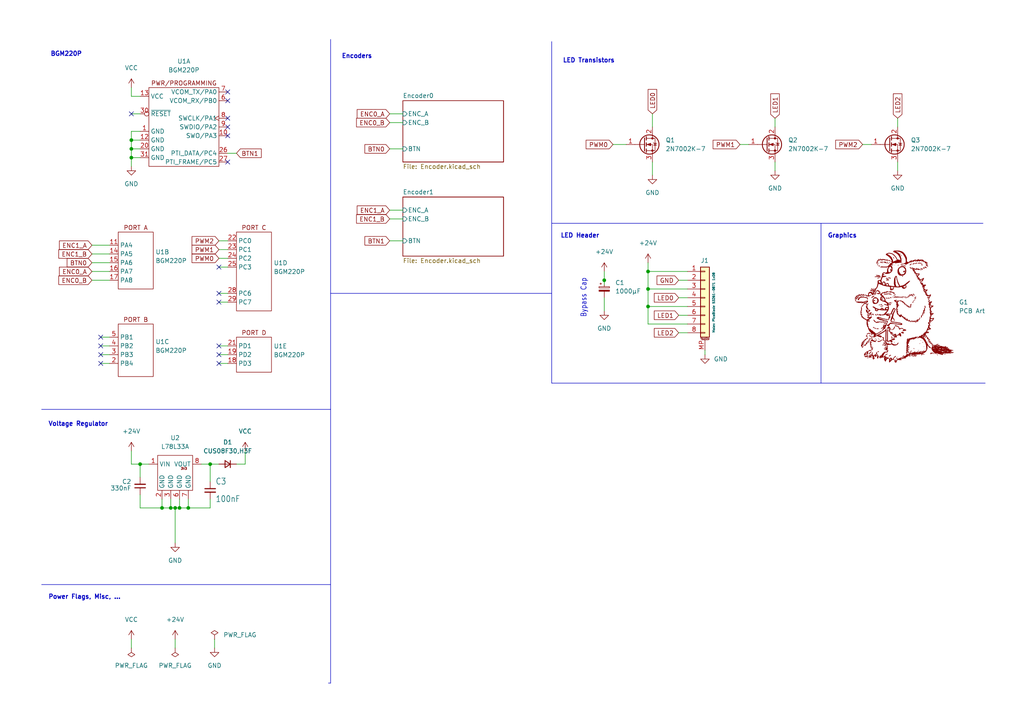
<source format=kicad_sch>
(kicad_sch (version 20230121) (generator eeschema)
  (paper "A4")
  (title_block (title "Gruffalo Dimmer") (date "${TODAY}") (rev "v2.0.0") (comment 1 "Generated from Git Commit ${GIT_HASH}"))
  (lib_symbols
    (symbol "BGM220P_Breakout:BGM220P"
      (property "Reference" "U" (at -7.62 -12.7 0))
      (property "Value" "BGM220P" (at 5.08 -12.7 0))
      (symbol "BGM220P_1_0"
        (text "PWR/PROGRAMMING" (at 0 12.7 0) (effects (font (size 1.27 1.27))))
      )
      (symbol "BGM220P_1_1"
        (pin power_in line (at -12.7 -1.27 0) (length 2.54) (name "GND") (number "1"))
        (pin output line (at 12.7 -2.54 180) (length 2.54) (name "SWO/PA3") (number "10"))
        (pin power_in line (at -12.7 -3.81 0) (length 2.54) (name "GND") (number "12"))
        (pin power_in line (at -12.7 8.89 0) (length 2.54) (name "VCC") (number "13"))
        (pin power_in line (at -12.7 -6.35 0) (length 2.54) (name "GND") (number "20"))
        (pin bidirectional line (at 12.7 -7.62 180) (length 2.54) (name "PTI_DATA/PC4") (number "26"))
        (pin bidirectional line (at 12.7 -10.16 180) (length 2.54) (name "PTI_FRAME/PC5") (number "27"))
        (pin input inverted (at -12.7 3.81 0) (length 2.54) (name "~{RESET}") (number "30"))
        (pin power_in line (at -12.7 -8.89 0) (length 2.54) (name "GND") (number "31"))
        (pin bidirectional line (at 12.7 7.62 180) (length 2.54) (name "VCOM_RX/PB0") (number "6"))
        (pin bidirectional line (at 12.7 10.16 180) (length 2.54) (name "VCOM_TX/PA0") (number "7"))
        (pin input clock (at 12.7 2.54 180) (length 2.54) (name "SWCLK/PA1") (number "8"))
        (pin bidirectional line (at 12.7 0 180) (length 2.54) (name "SWDIO/PA2") (number "9"))
      )
      (symbol "BGM220P_2_0"
        (text "PORT A" (at 0 10.16 0) (effects (font (size 1.27 1.27))))
      )
      (symbol "BGM220P_2_1"
        (pin bidirectional line (at -7.62 5.08 0) (length 2.54) (name "PA4") (number "11"))
        (pin bidirectional line (at -7.62 2.54 0) (length 2.54) (name "PA5") (number "14"))
        (pin bidirectional line (at -7.62 0 0) (length 2.54) (name "PA6") (number "15"))
        (pin bidirectional line (at -7.62 -2.54 0) (length 2.54) (name "PA7") (number "16"))
        (pin bidirectional line (at -7.62 -5.08 0) (length 2.54) (name "PA8") (number "17"))
      )
      (symbol "BGM220P_3_0"
        (text "PORT B" (at 0 8.89 0) (effects (font (size 1.27 1.27))))
      )
      (symbol "BGM220P_3_1"
        (pin bidirectional line (at -7.62 -3.81 0) (length 2.54) (name "PB4") (number "2"))
        (pin bidirectional line (at -7.62 -1.27 0) (length 2.54) (name "PB3") (number "3"))
        (pin bidirectional line (at -7.62 1.27 0) (length 2.54) (name "PB2") (number "4"))
        (pin bidirectional line (at -7.62 3.81 0) (length 2.54) (name "PB1") (number "5"))
      )
      (symbol "BGM220P_4_0"
        (text "PORT C" (at 0 12.7 0) (effects (font (size 1.27 1.27))))
      )
      (symbol "BGM220P_4_1"
        (pin bidirectional line (at -7.62 8.89 0) (length 2.54) (name "PC0") (number "22"))
        (pin bidirectional line (at -7.62 6.35 0) (length 2.54) (name "PC1") (number "23"))
        (pin bidirectional line (at -7.62 3.81 0) (length 2.54) (name "PC2") (number "24"))
        (pin bidirectional line (at -7.62 1.27 0) (length 2.54) (name "PC3") (number "25"))
        (pin bidirectional line (at -7.62 -6.35 0) (length 2.54) (name "PC6") (number "28"))
        (pin bidirectional line (at -7.62 -8.89 0) (length 2.54) (name "PC7") (number "29"))
      )
      (symbol "BGM220P_5_0"
        (text "PORT D" (at 0 6.35 0) (effects (font (size 1.27 1.27))))
      )
      (symbol "BGM220P_5_1"
        (pin bidirectional line (at -7.62 -2.54 0) (length 2.54) (name "PD3") (number "18"))
        (pin bidirectional line (at -7.62 0 0) (length 2.54) (name "PD2") (number "19"))
        (pin bidirectional line (at -7.62 2.54 0) (length 2.54) (name "PD1") (number "21"))
      )
    )
    (symbol "Connector_Generic_MountingPin:Conn_01x08_MountingPin" (pin_names (offset 1.016) hide)
      (property "Reference" "J" (at 0 10.16 0))
      (property "Value" "Conn_01x08_MountingPin" (at 1.27 -12.7 0))
      (symbol "Conn_01x08_MountingPin_1_1"
        (text "Mounting" (at 0 -11.811 0) (effects (font (size 0.381 0.381))))
        (pin passive line (at -5.08 7.62 0) (length 3.81) (name "Pin_1") (number "1"))
        (pin passive line (at -5.08 5.08 0) (length 3.81) (name "Pin_2") (number "2"))
        (pin passive line (at -5.08 2.54 0) (length 3.81) (name "Pin_3") (number "3"))
        (pin passive line (at -5.08 0 0) (length 3.81) (name "Pin_4") (number "4"))
        (pin passive line (at -5.08 -2.54 0) (length 3.81) (name "Pin_5") (number "5"))
        (pin passive line (at -5.08 -5.08 0) (length 3.81) (name "Pin_6") (number "6"))
        (pin passive line (at -5.08 -7.62 0) (length 3.81) (name "Pin_7") (number "7"))
        (pin passive line (at -5.08 -10.16 0) (length 3.81) (name "Pin_8") (number "8"))
        (pin passive line (at 0 -15.24 90) (length 3.048) (name "MountPin") (number "MP"))
      )
    )
    (symbol "Device:C_Polarized_Small" (pin_numbers hide) (pin_names (offset 0.254) hide)
      (property "Reference" "C" (at 0.254 1.778 0))
      (property "Value" "C_Polarized_Small" (at 0.254 -2.032 0))
      (symbol "C_Polarized_Small_1_1"
        (pin passive line (at 0 2.54 270) (length 1.8542) (name "~") (number "1"))
        (pin passive line (at 0 -2.54 90) (length 1.8542) (name "~") (number "2"))
      )
    )
    (symbol "Device:C_Small" (pin_numbers hide) (pin_names (offset 0.254) hide)
      (property "Reference" "C" (at 0.254 1.778 0))
      (property "Value" "C_Small" (at 0.254 -2.032 0))
      (symbol "C_Small_1_1"
        (pin passive line (at 0 2.54 270) (length 2.032) (name "~") (number "1"))
        (pin passive line (at 0 -2.54 90) (length 2.032) (name "~") (number "2"))
      )
    )
    (symbol "Device:D_Small" (pin_numbers hide) (pin_names (offset 0.254) hide)
      (property "Reference" "D" (at -1.27 2.032 0))
      (property "Value" "D_Small" (at -3.81 -2.032 0))
      (symbol "D_Small_1_1"
        (pin passive line (at -2.54 0 0) (length 1.778) (name "K") (number "1"))
        (pin passive line (at 2.54 0 180) (length 1.778) (name "A") (number "2"))
      )
    )
    (symbol "Device:Q_NMOS_GDS" (pin_names (offset 0) hide)
      (property "Reference" "Q" (at 5.08 1.27 0))
      (property "Value" "Q_NMOS_GDS" (at 5.08 -1.27 0))
      (symbol "Q_NMOS_GDS_1_1"
        (pin input line (at -5.08 0 0) (length 2.54) (name "G") (number "1"))
        (pin passive line (at 2.54 5.08 270) (length 2.54) (name "D") (number "2"))
        (pin passive line (at 2.54 -5.08 90) (length 2.54) (name "S") (number "3"))
      )
    )
    (symbol "Gruffalo_Dimmer:L78L33A"
      (property "Reference" "U" (at 3.81 6.35 0))
      (property "Value" "L78L33A" (at 6.35 -2.54 90))
      (symbol "L78L33A_0_0"
        (text "3V3" (at 2.54 1.27 0) (effects (font (size 0.635 0.635))))
      )
      (symbol "L78L33A_1_1"
        (pin power_in line (at -7.62 2.54 0) (length 2.54) (name "VIN") (number "1"))
        (pin power_in line (at -3.81 -7.62 90) (length 2.54) (name "GND") (number "2"))
        (pin power_in line (at -1.27 -7.62 90) (length 2.54) (name "GND") (number "3"))
        (pin no_connect line (at -7.62 0 0) (length 2.54) hide (name "NC1") (number "4"))
        (pin no_connect line (at 7.62 0 180) (length 2.54) hide (name "NC2") (number "5"))
        (pin power_in line (at 1.27 -7.62 90) (length 2.54) (name "GND") (number "6"))
        (pin power_in line (at 3.81 -7.62 90) (length 2.54) (name "GND") (number "7"))
        (pin power_out line (at 7.62 2.54 180) (length 2.54) (name "VOUT") (number "8"))
      )
    )
    (symbol "Gruffalo_Dimmer:PCB Art" (pin_names (offset 1.016)) (in_bom no)
      (property "Reference" "G" (at 8.89 1.27 0))
      (property "Value" "PCB Art" (at 8.89 -1.27 0))
    )
    (symbol "power:+24V" (power) (pin_names (offset 0))
      (property "Value" "+24V" (at 0 3.556 0))
      (symbol "+24V_1_1"
        (pin power_in line (at 0 0 90) (length 0) hide (name "+24V") (number "1"))
      )
    )
    (symbol "power:GND" (power) (pin_names (offset 0))
      (property "Value" "GND" (at 0 -3.81 0))
      (symbol "GND_1_1"
        (pin power_in line (at 0 0 270) (length 0) hide (name "GND") (number "1"))
      )
    )
    (symbol "power:PWR_FLAG" (power) (pin_numbers hide) (pin_names (offset 0) hide)
      (property "Value" "PWR_FLAG" (at 0 3.81 0))
      (symbol "PWR_FLAG_0_0"
        (pin power_out line (at 0 0 90) (length 0) (name "pwr") (number "1"))
      )
    )
    (symbol "power:VCC" (power) (pin_names (offset 0))
      (property "Value" "VCC" (at 0 3.81 0))
      (symbol "VCC_1_1"
        (pin power_in line (at 0 0 90) (length 0) hide (name "VCC") (number "1"))
      )
    )
  )
  (junction (at 175.26 81.28))
  (junction (at 54.61 147.32))
  (junction (at 187.96 83.82))
  (junction (at 50.8 147.32))
  (junction (at 187.96 88.9))
  (junction (at 38.1 40.64))
  (junction (at 38.1 43.18))
  (junction (at 38.1 45.72))
  (junction (at 40.64 134.62))
  (junction (at 60.96 134.62))
  (junction (at 52.07 147.32))
  (junction (at 49.53 147.32))
  (junction (at 46.99 147.32))
  (junction (at 187.96 78.74))
  (no_connect (at 66.04 26.67))
  (no_connect (at 66.04 46.99))
  (no_connect (at 66.04 29.21))
  (no_connect (at 66.04 34.29))
  (no_connect (at 66.04 36.83))
  (no_connect (at 66.04 39.37))
  (no_connect (at 63.5 105.41))
  (no_connect (at 63.5 102.87))
  (no_connect (at 63.5 85.09))
  (no_connect (at 63.5 77.47))
  (no_connect (at 63.5 87.63))
  (no_connect (at 29.21 97.79))
  (no_connect (at 29.21 100.33))
  (no_connect (at 29.21 102.87))
  (no_connect (at 29.21 105.41))
  (no_connect (at 63.5 100.33))
  (no_connect (at 38.1 33.02))
  (wire (pts (xy 26.67 78.74) (xy 31.75 78.74)))
  (wire (pts (xy 187.96 93.98) (xy 199.39 93.98)))
  (wire (pts (xy 189.23 46.99) (xy 189.23 50.8)))
  (wire (pts (xy 71.12 134.62) (xy 71.12 130.81)))
  (wire (pts (xy 187.96 78.74) (xy 199.39 78.74)))
  (wire (pts (xy 189.23 33.02) (xy 189.23 36.83)))
  (wire (pts (xy 40.64 134.62) (xy 38.1 134.62)))
  (wire (pts (xy 40.64 38.1) (xy 38.1 38.1)))
  (polyline (pts (xy 12.065 169.545) (xy 95.885 169.545)))
  (polyline (pts (xy 95.885 118.745) (xy 95.885 198.12)))
  (wire (pts (xy 63.5 105.41) (xy 66.04 105.41)))
  (polyline (pts (xy 160.02 111.125) (xy 285.75 111.125)))
  (wire (pts (xy 260.35 46.99) (xy 260.35 49.53)))
  (wire (pts (xy 63.5 69.85) (xy 66.04 69.85)))
  (wire (pts (xy 224.79 46.99) (xy 224.79 49.53)))
  (wire (pts (xy 38.1 130.81) (xy 38.1 134.62)))
  (wire (pts (xy 175.26 82.55) (xy 175.26 81.28)))
  (wire (pts (xy 52.07 144.78) (xy 52.07 147.32)))
  (wire (pts (xy 250.19 41.91) (xy 252.73 41.91)))
  (polyline (pts (xy 160.02 85.09) (xy 160.02 111.125)))
  (wire (pts (xy 63.5 77.47) (xy 66.04 77.47)))
  (wire (pts (xy 29.21 97.79) (xy 31.75 97.79)))
  (wire (pts (xy 60.96 134.62) (xy 63.5 134.62)))
  (wire (pts (xy 187.96 83.82) (xy 199.39 83.82)))
  (polyline (pts (xy 95.885 11.43) (xy 95.885 118.745)))
  (wire (pts (xy 40.64 143.51) (xy 40.64 147.32)))
  (wire (pts (xy 38.1 27.94) (xy 40.64 27.94)))
  (wire (pts (xy 187.96 83.82) (xy 187.96 88.9)))
  (wire (pts (xy 29.21 100.33) (xy 31.75 100.33)))
  (wire (pts (xy 54.61 147.32) (xy 60.96 147.32)))
  (wire (pts (xy 49.53 144.78) (xy 49.53 147.32)))
  (wire (pts (xy 29.21 102.87) (xy 31.75 102.87)))
  (wire (pts (xy 66.04 44.45) (xy 68.58 44.45)))
  (wire (pts (xy 113.03 33.02) (xy 116.84 33.02)))
  (wire (pts (xy 26.67 71.12) (xy 31.75 71.12)))
  (wire (pts (xy 38.1 25.4) (xy 38.1 27.94)))
  (wire (pts (xy 187.96 88.9) (xy 199.39 88.9)))
  (wire (pts (xy 204.47 101.6) (xy 204.47 102.87)))
  (wire (pts (xy 26.67 81.28) (xy 31.75 81.28)))
  (wire (pts (xy 113.03 63.5) (xy 116.84 63.5)))
  (wire (pts (xy 196.85 86.36) (xy 199.39 86.36)))
  (wire (pts (xy 63.5 85.09) (xy 66.04 85.09)))
  (wire (pts (xy 68.58 134.62) (xy 71.12 134.62)))
  (wire (pts (xy 175.26 78.74) (xy 175.26 81.28)))
  (wire (pts (xy 29.21 105.41) (xy 31.75 105.41)))
  (wire (pts (xy 38.1 45.72) (xy 38.1 48.26)))
  (wire (pts (xy 50.8 147.32) (xy 52.07 147.32)))
  (polyline (pts (xy 160.02 12.065) (xy 160.02 85.09)))
  (wire (pts (xy 113.03 69.85) (xy 116.84 69.85)))
  (wire (pts (xy 38.1 40.64) (xy 38.1 43.18)))
  (wire (pts (xy 260.35 34.29) (xy 260.35 36.83)))
  (wire (pts (xy 196.85 96.52) (xy 199.39 96.52)))
  (wire (pts (xy 26.67 76.2) (xy 31.75 76.2)))
  (wire (pts (xy 113.03 43.18) (xy 116.84 43.18)))
  (wire (pts (xy 52.07 147.32) (xy 54.61 147.32)))
  (wire (pts (xy 50.8 185.42) (xy 50.8 187.96)))
  (wire (pts (xy 177.8 41.91) (xy 181.61 41.91)))
  (wire (pts (xy 113.03 60.96) (xy 116.84 60.96)))
  (wire (pts (xy 187.96 88.9) (xy 187.96 93.98)))
  (wire (pts (xy 40.64 40.64) (xy 38.1 40.64)))
  (wire (pts (xy 196.85 81.28) (xy 199.39 81.28)))
  (wire (pts (xy 40.64 147.32) (xy 46.99 147.32)))
  (polyline (pts (xy 160.02 64.77) (xy 285.115 64.77)))
  (wire (pts (xy 63.5 102.87) (xy 66.04 102.87)))
  (wire (pts (xy 43.18 134.62) (xy 40.64 134.62)))
  (wire (pts (xy 46.99 147.32) (xy 49.53 147.32)))
  (wire (pts (xy 63.5 72.39) (xy 66.04 72.39)))
  (wire (pts (xy 40.64 134.62) (xy 40.64 138.43)))
  (wire (pts (xy 63.5 74.93) (xy 66.04 74.93)))
  (wire (pts (xy 63.5 87.63) (xy 66.04 87.63)))
  (polyline (pts (xy 95.885 85.09) (xy 160.02 85.09)))
  (wire (pts (xy 214.63 41.91) (xy 217.17 41.91)))
  (wire (pts (xy 175.26 86.36) (xy 175.26 90.17)))
  (wire (pts (xy 38.1 185.42) (xy 38.1 187.96)))
  (polyline (pts (xy 95.25 198.12) (xy 95.885 198.12)))
  (polyline (pts (xy 12.065 118.745) (xy 95.885 118.745)))
  (wire (pts (xy 40.64 43.18) (xy 38.1 43.18)))
  (wire (pts (xy 26.67 73.66) (xy 31.75 73.66)))
  (wire (pts (xy 63.5 100.33) (xy 66.04 100.33)))
  (wire (pts (xy 58.42 134.62) (xy 60.96 134.62)))
  (wire (pts (xy 196.85 91.44) (xy 199.39 91.44)))
  (wire (pts (xy 49.53 147.32) (xy 50.8 147.32)))
  (wire (pts (xy 60.96 134.62) (xy 60.96 139.7)))
  (wire (pts (xy 60.96 144.78) (xy 60.96 147.32)))
  (wire (pts (xy 187.96 76.2) (xy 187.96 78.74)))
  (wire (pts (xy 187.96 78.74) (xy 187.96 83.82)))
  (wire (pts (xy 224.79 34.29) (xy 224.79 36.83)))
  (wire (pts (xy 38.1 33.02) (xy 40.64 33.02)))
  (wire (pts (xy 50.8 147.32) (xy 50.8 157.48)))
  (wire (pts (xy 54.61 144.78) (xy 54.61 147.32)))
  (wire (pts (xy 62.23 185.42) (xy 62.23 187.96)))
  (wire (pts (xy 38.1 45.72) (xy 40.64 45.72)))
  (wire (pts (xy 46.99 144.78) (xy 46.99 147.32)))
  (polyline (pts (xy 238.125 64.77) (xy 238.125 111.125)))
  (wire (pts (xy 38.1 43.18) (xy 38.1 45.72)))
  (wire (pts (xy 38.1 38.1) (xy 38.1 40.64)))
  (wire (pts (xy 113.03 35.56) (xy 116.84 35.56)))
  (text "Power Flags, Misc, ..." (at 13.97 173.99 0) (effects (font (size 1.27 1.27) bold) (justify left bottom)))
  (text "Voltage Regulator" (at 13.97 123.825 0) (effects (font (size 1.27 1.27) bold) (justify left bottom)))
  (text "Encoders" (at 99.06 17.145 0) (effects (font (size 1.27 1.27) bold) (justify left bottom)))
  (text "BGM220P" (at 14.605 16.51 0) (effects (font (size 1.27 1.27) bold) (justify left bottom)))
  (text "Bypass Cap" (at 170.18 80.645 90) (effects (font (size 1.524 1.2954)) (justify right bottom)))
  (text "LED Transistors" (at 163.195 18.415 0) (effects (font (size 1.27 1.27) bold) (justify left bottom)))
  (text "LED Header" (at 162.56 69.215 0) (effects (font (size 1.27 1.27) bold) (justify left bottom)))
  (text "Graphics" (at 240.03 69.215 0) (effects (font (size 1.27 1.27) (thickness 0.254) bold) (justify left bottom)))
  (global_label "BTN1" (shape input) (at 68.58 44.45 0) (property "Intersheetrefs" "${INTERSHEET_REFS}" (effects hide)))
  (global_label "BTN0" (shape input) (at 26.67 76.2 180) (property "Intersheetrefs" "${INTERSHEET_REFS}" (effects hide)))
  (global_label "BTN1" (shape input) (at 113.03 69.85 180) (property "Intersheetrefs" "${INTERSHEET_REFS}" (effects hide)))
  (global_label "PWM1" (shape input) (at 214.63 41.91 180) (property "Intersheetrefs" "${INTERSHEET_REFS}" (effects hide)))
  (global_label "LED0" (shape input) (at 189.23 33.02 90) (property "Intersheetrefs" "${INTERSHEET_REFS}" (effects hide)))
  (global_label "PWM0" (shape input) (at 177.8 41.91 180) (property "Intersheetrefs" "${INTERSHEET_REFS}" (effects hide)))
  (global_label "ENC1_A" (shape input) (at 26.67 71.12 180) (property "Intersheetrefs" "${INTERSHEET_REFS}" (effects hide)))
  (global_label "PWM2" (shape input) (at 250.19 41.91 180) (property "Intersheetrefs" "${INTERSHEET_REFS}" (effects hide)))
  (global_label "ENC0_A" (shape input) (at 113.03 33.02 180) (property "Intersheetrefs" "${INTERSHEET_REFS}" (effects hide)))
  (global_label "PWM0" (shape input) (at 63.5 74.93 180) (property "Intersheetrefs" "${INTERSHEET_REFS}" (effects hide)))
  (global_label "LED2" (shape input) (at 260.35 34.29 90) (property "Intersheetrefs" "${INTERSHEET_REFS}" (effects hide)))
  (global_label "ENC0_A" (shape input) (at 26.67 78.74 180) (property "Intersheetrefs" "${INTERSHEET_REFS}" (effects hide)))
  (global_label "ENC1_B" (shape input) (at 26.67 73.66 180) (property "Intersheetrefs" "${INTERSHEET_REFS}" (effects hide)))
  (global_label "LED2" (shape input) (at 196.85 96.52 180) (property "Intersheetrefs" "${INTERSHEET_REFS}" (effects hide)))
  (global_label "LED1" (shape input) (at 224.79 34.29 90) (property "Intersheetrefs" "${INTERSHEET_REFS}" (effects hide)))
  (global_label "ENC0_B" (shape input) (at 26.67 81.28 180) (property "Intersheetrefs" "${INTERSHEET_REFS}" (effects hide)))
  (global_label "ENC1_A" (shape input) (at 113.03 60.96 180) (property "Intersheetrefs" "${INTERSHEET_REFS}" (effects hide)))
  (global_label "LED0" (shape input) (at 196.85 86.36 180) (property "Intersheetrefs" "${INTERSHEET_REFS}" (effects hide)))
  (global_label "BTN0" (shape input) (at 113.03 43.18 180) (property "Intersheetrefs" "${INTERSHEET_REFS}" (effects hide)))
  (global_label "PWM1" (shape input) (at 63.5 72.39 180) (property "Intersheetrefs" "${INTERSHEET_REFS}" (effects hide)))
  (global_label "LED1" (shape input) (at 196.85 91.44 180) (property "Intersheetrefs" "${INTERSHEET_REFS}" (effects hide)))
  (global_label "GND" (shape input) (at 196.85 81.28 180) (property "Intersheetrefs" "${INTERSHEET_REFS}" (effects hide)))
  (global_label "PWM2" (shape input) (at 63.5 69.85 180) (property "Intersheetrefs" "${INTERSHEET_REFS}" (effects hide)))
  (global_label "ENC0_B" (shape input) (at 113.03 35.56 180) (property "Intersheetrefs" "${INTERSHEET_REFS}" (effects hide)))
  (global_label "ENC1_B" (shape input) (at 113.03 63.5 180) (property "Intersheetrefs" "${INTERSHEET_REFS}" (effects hide)))
  (symbol (lib_id "power:PWR_FLAG") (at 62.23 185.42 0) (unit 1)
    (property "Reference" "#FLG03" (effects hide))
    (property "Value" "PWR_FLAG" (at 64.77 184.1499 0) (effects (justify left)))
  )
  (symbol (lib_id "power:+24V") (at 38.1 130.81 0) (unit 1)
    (property "Reference" "#PWR08" (effects hide))
    (property "Value" "+24V" (at 38.1 125.095 0))
  )
  (symbol (lib_id "power:+24V") (at 50.8 185.42 0) (unit 1)
    (property "Reference" "#PWR04" (effects hide))
    (property "Value" "+24V" (at 50.8 179.705 0))
  )
  (symbol (lib_id "Device:C_Small") (at 40.64 140.97 0) (mirror x) (unit 1)
    (property "Reference" "C2" (at 38.1 139.6935 0) (effects (justify right)))
    (property "Value" "330nF" (at 38.1 141.605 0) (effects (justify right)))
    (property "Footprint" "Gruffalo_Dimmer:0805-C_Handsolder" (effects hide))
    (property "Datasheet" "https://product.samsungsem.com/mlcc/CL10B334KO8NNN.do" (effects hide))
    (property "Comments" "Any X7R, 0805, 50V cap. Farnell is alternative, as only sells Samsung's at 5k units" (effects hide))
    (property "Digikey PN" "1276-1123-1-ND" (effects hide))
    (property "Farnell PN" "3369310" (effects hide))
    (property "MPN" "3369310" (effects hide))
    (property "Manufacturer" "Samsung" (effects hide))
    (property "Tolerance" "X7R" (effects hide))
    (property "Vrating" "50V" (effects hide))
  )
  (symbol (lib_id "Device:Q_NMOS_GDS") (at 222.25 41.91 0) (unit 1)
    (property "Reference" "Q2" (at 228.6 40.6399 0) (effects (justify left)))
    (property "Value" "2N7002K-7" (at 228.6 43.1799 0) (effects (justify left)))
    (property "Footprint" "Gruffalo_Dimmer:SOT-23 - NMOS - GDS" (effects hide))
    (property "Datasheet" "https://www.diodes.com/assets/Datasheets/2N7002K.pdf" (effects hide))
    (property "Comments" "An NMOS with relatively low Rds on, that can confortably siwtch at 3V3 and handle switching 150mA@24V. The 2N7002 is cheap and cheerful and available from multiple manuf." (effects hide))
    (property "Digikey PN" "2N7002K-7DICT-ND" (effects hide))
    (property "Farnell PN" "1713825" (effects hide))
    (property "MPN" "2N7002K-7" (effects hide))
    (property "Manufacturer" "Diodes Inc." (effects hide))
  )
  (symbol (lib_id "BGM220P_Breakout:BGM220P") (at 53.34 36.83 0) (unit 1)
    (property "Reference" "U1" (at 53.34 17.78 0))
    (property "Value" "BGM220P" (at 53.34 20.32 0))
    (property "Footprint" "BGM220P_Breakout:BGM220P_Header_SMD" (effects hide))
    (property "Datasheet" "https://www.silabs.com/documents/public/data-sheets/bgm220p-datasheet.pdf" (effects hide))
    (property "Digikey PN" "336-BGM220PC22WGA2-ND" (effects hide))
    (property "Farnell PN" "3534710" (effects hide))
    (property "MPN" "BGM220PC22WGA" (effects hide))
    (property "Manufacturer" "Silabs" (effects hide))
  )
  (symbol (lib_id "power:+24V") (at 175.26 78.74 0) (unit 1)
    (property "Reference" "#PWR02" (effects hide))
    (property "Value" "+24V" (at 175.26 73.025 0))
  )
  (symbol (lib_id "power:PWR_FLAG") (at 38.1 187.96 180) (unit 1)
    (property "Reference" "#FLG01" (effects hide))
    (property "Value" "PWR_FLAG" (at 38.1 193.04 0))
  )
  (symbol (lib_id "power:GND") (at 260.35 49.53 0) (unit 1)
    (property "Reference" "#PWR012" (effects hide))
    (property "Value" "GND" (at 260.35 54.61 0))
  )
  (symbol (lib_id "BGM220P_Breakout:BGM220P") (at 73.66 102.87 0) (unit 5)
    (property "Reference" "U1" (at 79.375 100.3941 0) (effects (justify left)))
    (property "Value" "BGM220P" (at 79.375 102.9341 0) (effects (justify left)))
    (property "Footprint" "BGM220P_Breakout:BGM220P_Header_SMD" (effects hide))
    (property "Datasheet" "https://www.silabs.com/documents/public/data-sheets/bgm220p-datasheet.pdf" (effects hide))
    (property "Digikey PN" "336-BGM220PC22WGA2-ND" (effects hide))
    (property "Farnell PN" "3534710" (effects hide))
    (property "MPN" "BGM220PC22WGA" (effects hide))
    (property "Manufacturer" "Silabs" (effects hide))
  )
  (symbol (lib_id "Connector_Generic_MountingPin:Conn_01x08_MountingPin") (at 204.47 86.36 0) (unit 1)
    (property "Reference" "J1" (at 203.2 75.565 0) (effects (justify left)))
    (property "Value" "Molex PicoBlade 53261-0871 1x08" (at 207.01 96.52 90) (effects (font (size 0.635 0.635)) (justify left)))
    (property "Footprint" "Gruffalo_Dimmer:Receptacle - Molex PicoBlade - SMD Right Angle 1x08" (effects hide))
    (property "Datasheet" "https://www.molex.com/molex/products/part-detail/pcb_headers/0532610871" (effects hide))
    (property "Comments" "Molex PicoBlade 1x08, SMD, Right Angle. Mates with P/N 510210800, Crimps P/N 500798001 and 500798020" (effects hide))
    (property "Digikey PN" "WM7626CT-ND" (effects hide))
    (property "Farnell PN" "1125376" (effects hide))
    (property "MPN" "532610871" (effects hide))
    (property "Manufacturer" "Molex" (effects hide))
  )
  (symbol (lib_id "power:GND") (at 38.1 48.26 0) (unit 1)
    (property "Reference" "#PWR06" (effects hide))
    (property "Value" "GND" (at 38.1 53.34 0))
  )
  (symbol (lib_id "Device:C_Small") (at 60.96 142.24 0) (unit 1)
    (property "Reference" "C3" (at 62.484 140.589 0) (effects (font (size 1.778 1.5113)) (justify left bottom)))
    (property "Value" "100nF" (at 62.484 145.669 0) (effects (font (size 1.778 1.5113)) (justify left bottom)))
    (property "Footprint" "Gruffalo_Dimmer:0603-1.6x0.8mm-C_Handsolder" (effects hide))
    (property "Comments" "Any X7R, 0603, 10V cap. Farnell MPN is alternative" (effects hide))
    (property "Digikey PN" "1276-1935-1-ND" (effects hide))
    (property "Farnell PN" "1362556" (effects hide))
    (property "MPN" "CL10B104KB8NNWC" (effects hide))
    (property "Manufacturer" "Samsung" (effects hide))
    (property "Tolerance" "X7R" (effects hide))
    (property "Vrating" "50V" (effects hide))
  )
  (symbol (lib_id "power:VCC") (at 38.1 25.4 0) (unit 1)
    (property "Reference" "#PWR05" (effects hide))
    (property "Value" "VCC" (at 38.1 19.685 0))
  )
  (symbol (lib_id "Device:Q_NMOS_GDS") (at 186.69 41.91 0) (unit 1)
    (property "Reference" "Q1" (at 193.04 40.6399 0) (effects (justify left)))
    (property "Value" "2N7002K-7" (at 193.04 43.1799 0) (effects (justify left)))
    (property "Footprint" "Gruffalo_Dimmer:SOT-23 - NMOS - GDS" (effects hide))
    (property "Datasheet" "https://www.diodes.com/assets/Datasheets/2N7002K.pdf" (effects hide))
    (property "Comments" "An NMOS with relatively low Rds on, that can confortably siwtch at 3V3 and handle switching 150mA@24V. The 2N7002 is cheap and cheerful and available from multiple manuf." (effects hide))
    (property "Digikey PN" "2N7002K-7DICT-ND" (effects hide))
    (property "Farnell PN" "1713825" (effects hide))
    (property "MPN" "2N7002K-7" (effects hide))
    (property "Manufacturer" "Diodes Inc." (effects hide))
  )
  (symbol (lib_id "power:GND") (at 175.26 90.17 0) (unit 1)
    (property "Reference" "#PWR03" (effects hide))
    (property "Value" "GND" (at 175.26 95.25 0))
  )
  (symbol (lib_id "Device:D_Small") (at 66.04 134.62 180) (unit 1)
    (property "Reference" "D1" (at 66.04 128.27 0))
    (property "Value" "CUS08F30,H3F" (at 66.04 130.81 0))
    (property "Footprint" "Gruffalo_Dimmer:D_SOD-323_HandSoldering" (effects hide))
    (property "Datasheet" "https://toshiba.semicon-storage.com/info/CUS08F30_datasheet_en_20140414.pdf?did=9019&prodName=CUS08F30" (effects hide))
    (property "Comments" "Any low drop voltage will do. Farnell PN is different part, but equivalent" (effects hide))
    (property "Digikey PN" "CUS08F30H3FCT-ND" (effects hide))
    (property "Farnell PN" "PMEG3005EB" (effects hide))
    (property "MPN" "CUS08F30,H3F" (effects hide))
    (property "Manufacturer" "Toshiba" (effects hide))
  )
  (symbol (lib_id "power:VCC") (at 38.1 185.42 0) (unit 1)
    (property "Reference" "#PWR01" (effects hide))
    (property "Value" "VCC" (at 38.1 179.705 0))
  )
  (symbol (lib_id "power:GND") (at 189.23 50.8 0) (unit 1)
    (property "Reference" "#PWR010" (effects hide))
    (property "Value" "GND" (at 189.23 55.88 0))
  )
  (symbol (lib_id "Gruffalo_Dimmer:L78L33A") (at 50.8 137.16 0) (unit 1)
    (property "Reference" "U2" (at 50.8 127 0))
    (property "Value" "L78L33A" (at 50.8 129.54 0))
    (property "Footprint" "Gruffalo_Dimmer:SO-8 - 6x4.9mm p1.27mm - L78L33A - ST" (effects hide))
    (property "Datasheet" "https://www.st.com/resource/en/datasheet/l78l.pdf" (effects hide))
    (property "Digikey PN" "497-1199-1-ND" (effects hide))
    (property "Farnell PN" "1564317" (effects hide))
    (property "MPN" "L78L33ACD13TR" (effects hide))
    (property "Manufacturer" "ST" (effects hide))
  )
  (symbol (lib_id "BGM220P_Breakout:BGM220P") (at 73.66 78.74 0) (unit 4)
    (property "Reference" "U1" (at 79.375 76.2641 0) (effects (justify left)))
    (property "Value" "BGM220P" (at 79.375 78.8041 0) (effects (justify left)))
    (property "Footprint" "BGM220P_Breakout:BGM220P_Header_SMD" (effects hide))
    (property "Datasheet" "https://www.silabs.com/documents/public/data-sheets/bgm220p-datasheet.pdf" (effects hide))
    (property "Digikey PN" "336-BGM220PC22WGA2-ND" (effects hide))
    (property "Farnell PN" "3534710" (effects hide))
    (property "MPN" "BGM220PC22WGA" (effects hide))
    (property "Manufacturer" "Silabs" (effects hide))
  )
  (symbol (lib_id "power:GND") (at 224.79 49.53 0) (unit 1)
    (property "Reference" "#PWR011" (effects hide))
    (property "Value" "GND" (at 224.79 54.61 0))
  )
  (symbol (lib_id "Device:Q_NMOS_GDS") (at 257.81 41.91 0) (unit 1)
    (property "Reference" "Q3" (at 264.16 40.6399 0) (effects (justify left)))
    (property "Value" "2N7002K-7" (at 264.16 43.1799 0) (effects (justify left)))
    (property "Footprint" "Gruffalo_Dimmer:SOT-23 - NMOS - GDS" (effects hide))
    (property "Datasheet" "https://www.diodes.com/assets/Datasheets/2N7002K.pdf" (effects hide))
    (property "Comments" "An NMOS with relatively low Rds on, that can confortably siwtch at 3V3 and handle switching 150mA@24V. The 2N7002 is cheap and cheerful and available from multiple manuf." (effects hide))
    (property "Digikey PN" "2N7002K-7DICT-ND" (effects hide))
    (property "Farnell PN" "1713825" (effects hide))
    (property "MPN" "2N7002K-7" (effects hide))
    (property "Manufacturer" "Diodes Inc." (effects hide))
  )
  (symbol (lib_id "power:GND") (at 204.47 102.87 0) (mirror y) (unit 1)
    (property "Reference" "#PWR0101" (effects hide))
    (property "Value" "GND" (at 207.01 104.1399 0) (effects (justify right)))
  )
  (symbol (lib_id "BGM220P_Breakout:BGM220P") (at 39.37 76.2 0) (unit 2)
    (property "Reference" "U1" (at 45.085 73.0891 0) (effects (justify left)))
    (property "Value" "BGM220P" (at 45.085 75.6291 0) (effects (justify left)))
    (property "Footprint" "BGM220P_Breakout:BGM220P_Header_SMD" (effects hide))
    (property "Datasheet" "https://www.silabs.com/documents/public/data-sheets/bgm220p-datasheet.pdf" (effects hide))
    (property "Digikey PN" "336-BGM220PC22WGA2-ND" (effects hide))
    (property "Farnell PN" "3534710" (effects hide))
    (property "MPN" "BGM220PC22WGA" (effects hide))
    (property "Manufacturer" "Silabs" (effects hide))
  )
  (symbol (lib_id "power:GND") (at 50.8 157.48 0) (unit 1)
    (property "Reference" "#PWR027" (effects hide))
    (property "Value" "GND" (at 50.8 162.56 0))
  )
  (symbol (lib_id "BGM220P_Breakout:BGM220P") (at 39.37 101.6 0) (unit 3)
    (property "Reference" "U1" (at 45.085 99.1241 0) (effects (justify left)))
    (property "Value" "BGM220P" (at 45.085 101.6641 0) (effects (justify left)))
    (property "Footprint" "BGM220P_Breakout:BGM220P_Header_SMD" (effects hide))
    (property "Datasheet" "https://www.silabs.com/documents/public/data-sheets/bgm220p-datasheet.pdf" (effects hide))
    (property "Digikey PN" "336-BGM220PC22WGA2-ND" (effects hide))
    (property "Farnell PN" "3534710" (effects hide))
    (property "MPN" "BGM220PC22WGA" (effects hide))
    (property "Manufacturer" "Silabs" (effects hide))
  )
  (symbol (lib_id "Gruffalo_Dimmer:PCB Art") (at 262.255 88.9 0) (unit 1) (in_bom no)
    (property "Reference" "G1" (at 278.13 87.6433 0) (effects (justify left)))
    (property "Value" "PCB Art" (at 278.13 90.1833 0) (effects (justify left)))
    (property "Footprint" "Gruffalo_Dimmer:Gruffalo_Art" (effects hide))
    (property "Sim.Enable" "0" (effects hide))
  )
  (symbol (lib_id "power:VCC") (at 71.12 130.81 0) (unit 1)
    (property "Reference" "#PWR09" (effects hide))
    (property "Value" "VCC" (at 71.12 125.095 0))
  )
  (symbol (lib_id "Device:C_Polarized_Small") (at 175.26 83.82 0) (unit 1)
    (property "Reference" "C1" (at 178.435 82.0038 0) (effects (justify left)))
    (property "Value" "1000μF" (at 178.435 84.455 0) (effects (justify left)))
    (property "Footprint" "Gruffalo_Dimmer:Electrolytic Cap - ⌀16mm, h17mm - SMD - Handsolder" (effects hide))
    (property "Datasheet" "https://www.we-online.com/components/products/datasheet/865080663020.pdf" (effects hide))
    (property "Comments" "Alternative PN 865060663015. Big cap to smooth inrush current on the LED strip. LEDs are 24V, so make sure are rated to at least 2x that." (effects hide))
    (property "Digikey PN" "732-8465-1-ND" (effects hide))
    (property "Farnell PN" "2466347" (effects hide))
    (property "MPN" "865080663020" (effects hide))
    (property "Manufacturer" "Wurth Electronic" (effects hide))
    (property "Tolerance" "±20%" (effects hide))
    (property "Vrating" "50V" (effects hide))
  )
  (symbol (lib_id "power:+24V") (at 187.96 76.2 0) (unit 1)
    (property "Reference" "#PWR0102" (effects hide))
    (property "Value" "+24V" (at 187.96 70.485 0))
  )
  (symbol (lib_id "power:PWR_FLAG") (at 50.8 187.96 180) (unit 1)
    (property "Reference" "#FLG02" (effects hide))
    (property "Value" "PWR_FLAG" (at 50.8 193.04 0))
  )
  (symbol (lib_id "power:GND") (at 62.23 187.96 0) (unit 1)
    (property "Reference" "#PWR07" (effects hide))
    (property "Value" "GND" (at 62.23 193.04 0))
  )
  (sheet (at 116.84 57.15) (size 29.21 17.145) (stroke (width 0.1524))
    (property "Sheetname" "Encoder1" (at 116.84 56.4384 0) (effects (justify left bottom)))
    (property "Sheetfile" "Encoder.kicad_sch" (at 116.84 74.8796 0) (effects (justify left top)))
    (pin "ENC_A" input (at 116.84 60.96 180))
    (pin "BTN" input (at 116.84 69.85 180))
    (pin "ENC_B" input (at 116.84 63.5 180))
  )
  (sheet (at 116.84 29.21) (size 29.21 17.78) (stroke (width 0.1524))
    (property "Sheetname" "Encoder0" (at 116.84 28.4984 0) (effects (justify left bottom)))
    (property "Sheetfile" "Encoder.kicad_sch" (at 116.84 47.5746 0) (effects (justify left top)))
    (pin "ENC_A" input (at 116.84 33.02 180))
    (pin "BTN" input (at 116.84 43.18 180))
    (pin "ENC_B" input (at 116.84 35.56 180))
  )
)
</source>
